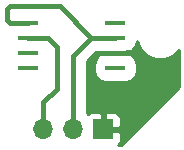
<source format=gbr>
G04 #@! TF.FileFunction,Copper,L1,Top,Signal*
%FSLAX46Y46*%
G04 Gerber Fmt 4.6, Leading zero omitted, Abs format (unit mm)*
G04 Created by KiCad (PCBNEW 4.0.7-e2-6376~58~ubuntu16.04.1) date Fri Apr 13 14:48:46 2018*
%MOMM*%
%LPD*%
G01*
G04 APERTURE LIST*
%ADD10C,0.100000*%
%ADD11R,1.700000X1.700000*%
%ADD12O,1.700000X1.700000*%
%ADD13R,1.750000X0.460000*%
%ADD14C,0.450000*%
%ADD15C,0.254000*%
G04 APERTURE END LIST*
D10*
D11*
X153162000Y-116332000D03*
D12*
X150622000Y-116332000D03*
X148082000Y-116332000D03*
D13*
X146795000Y-107315000D03*
X146795000Y-108585000D03*
X146795000Y-109855000D03*
X146795000Y-111125000D03*
X154195000Y-111125000D03*
X154195000Y-109855000D03*
X154195000Y-108585000D03*
X154195000Y-107315000D03*
D14*
X146795000Y-107315000D02*
X145288000Y-107315000D01*
X149479000Y-105918000D02*
X152146000Y-108585000D01*
X145288000Y-105918000D02*
X149479000Y-105918000D01*
X145034000Y-106172000D02*
X145288000Y-105918000D01*
X145034000Y-107061000D02*
X145034000Y-106172000D01*
X145288000Y-107315000D02*
X145034000Y-107061000D01*
X154195000Y-108585000D02*
X152146000Y-108585000D01*
X150622000Y-110109000D02*
X150622000Y-116332000D01*
X152146000Y-108585000D02*
X150622000Y-110109000D01*
X146795000Y-108585000D02*
X148463000Y-108585000D01*
X148463000Y-108585000D02*
X149225000Y-109347000D01*
X149225000Y-109347000D02*
X149225000Y-112903000D01*
X149225000Y-112903000D02*
X148082000Y-114046000D01*
X148082000Y-114046000D02*
X148082000Y-116332000D01*
X154195000Y-109855000D02*
X152654000Y-109855000D01*
X152654000Y-109855000D02*
X151892000Y-110617000D01*
X151892000Y-110617000D02*
X151892000Y-112903000D01*
X151892000Y-112903000D02*
X153162000Y-114173000D01*
X153162000Y-114173000D02*
X153162000Y-116332000D01*
D15*
G36*
X156268591Y-109477703D02*
X156838298Y-110048405D01*
X157583036Y-110357647D01*
X158389426Y-110358351D01*
X159134703Y-110050409D01*
X159564000Y-109621860D01*
X159564000Y-112735908D01*
X154645908Y-117654000D01*
X154438026Y-117654000D01*
X154550327Y-117541698D01*
X154647000Y-117308309D01*
X154647000Y-116617750D01*
X154488250Y-116459000D01*
X153289000Y-116459000D01*
X153289000Y-116479000D01*
X153035000Y-116479000D01*
X153035000Y-116459000D01*
X153015000Y-116459000D01*
X153015000Y-116205000D01*
X153035000Y-116205000D01*
X153035000Y-115005750D01*
X153289000Y-115005750D01*
X153289000Y-116205000D01*
X154488250Y-116205000D01*
X154647000Y-116046250D01*
X154647000Y-115355691D01*
X154550327Y-115122302D01*
X154371699Y-114943673D01*
X154138310Y-114847000D01*
X153447750Y-114847000D01*
X153289000Y-115005750D01*
X153035000Y-115005750D01*
X152876250Y-114847000D01*
X152185690Y-114847000D01*
X151952301Y-114943673D01*
X151864614Y-115031360D01*
X151774000Y-114970814D01*
X151774000Y-110895000D01*
X152374839Y-110895000D01*
X152374839Y-111355000D01*
X152439478Y-111698526D01*
X152642501Y-112014033D01*
X152952279Y-112225696D01*
X153320000Y-112300161D01*
X155070000Y-112300161D01*
X155413526Y-112235522D01*
X155729033Y-112032499D01*
X155940696Y-111722721D01*
X156015161Y-111355000D01*
X156015161Y-110895000D01*
X155950522Y-110551474D01*
X155747499Y-110235967D01*
X155705000Y-110206929D01*
X155705000Y-110128750D01*
X155546250Y-109970000D01*
X155169558Y-109970000D01*
X155070000Y-109949839D01*
X153320000Y-109949839D01*
X153212854Y-109970000D01*
X152843750Y-109970000D01*
X152685000Y-110128750D01*
X152685000Y-110202036D01*
X152660967Y-110217501D01*
X152449304Y-110527279D01*
X152374839Y-110895000D01*
X151774000Y-110895000D01*
X151774000Y-110586174D01*
X152598174Y-109762000D01*
X154195000Y-109762000D01*
X154204245Y-109760161D01*
X155070000Y-109760161D01*
X155177146Y-109740000D01*
X155546250Y-109740000D01*
X155705000Y-109581250D01*
X155705000Y-109507964D01*
X155729033Y-109492499D01*
X155940696Y-109182721D01*
X156008454Y-108848122D01*
X156268591Y-109477703D01*
X156268591Y-109477703D01*
G37*
X156268591Y-109477703D02*
X156838298Y-110048405D01*
X157583036Y-110357647D01*
X158389426Y-110358351D01*
X159134703Y-110050409D01*
X159564000Y-109621860D01*
X159564000Y-112735908D01*
X154645908Y-117654000D01*
X154438026Y-117654000D01*
X154550327Y-117541698D01*
X154647000Y-117308309D01*
X154647000Y-116617750D01*
X154488250Y-116459000D01*
X153289000Y-116459000D01*
X153289000Y-116479000D01*
X153035000Y-116479000D01*
X153035000Y-116459000D01*
X153015000Y-116459000D01*
X153015000Y-116205000D01*
X153035000Y-116205000D01*
X153035000Y-115005750D01*
X153289000Y-115005750D01*
X153289000Y-116205000D01*
X154488250Y-116205000D01*
X154647000Y-116046250D01*
X154647000Y-115355691D01*
X154550327Y-115122302D01*
X154371699Y-114943673D01*
X154138310Y-114847000D01*
X153447750Y-114847000D01*
X153289000Y-115005750D01*
X153035000Y-115005750D01*
X152876250Y-114847000D01*
X152185690Y-114847000D01*
X151952301Y-114943673D01*
X151864614Y-115031360D01*
X151774000Y-114970814D01*
X151774000Y-110895000D01*
X152374839Y-110895000D01*
X152374839Y-111355000D01*
X152439478Y-111698526D01*
X152642501Y-112014033D01*
X152952279Y-112225696D01*
X153320000Y-112300161D01*
X155070000Y-112300161D01*
X155413526Y-112235522D01*
X155729033Y-112032499D01*
X155940696Y-111722721D01*
X156015161Y-111355000D01*
X156015161Y-110895000D01*
X155950522Y-110551474D01*
X155747499Y-110235967D01*
X155705000Y-110206929D01*
X155705000Y-110128750D01*
X155546250Y-109970000D01*
X155169558Y-109970000D01*
X155070000Y-109949839D01*
X153320000Y-109949839D01*
X153212854Y-109970000D01*
X152843750Y-109970000D01*
X152685000Y-110128750D01*
X152685000Y-110202036D01*
X152660967Y-110217501D01*
X152449304Y-110527279D01*
X152374839Y-110895000D01*
X151774000Y-110895000D01*
X151774000Y-110586174D01*
X152598174Y-109762000D01*
X154195000Y-109762000D01*
X154204245Y-109760161D01*
X155070000Y-109760161D01*
X155177146Y-109740000D01*
X155546250Y-109740000D01*
X155705000Y-109581250D01*
X155705000Y-109507964D01*
X155729033Y-109492499D01*
X155940696Y-109182721D01*
X156008454Y-108848122D01*
X156268591Y-109477703D01*
M02*

</source>
